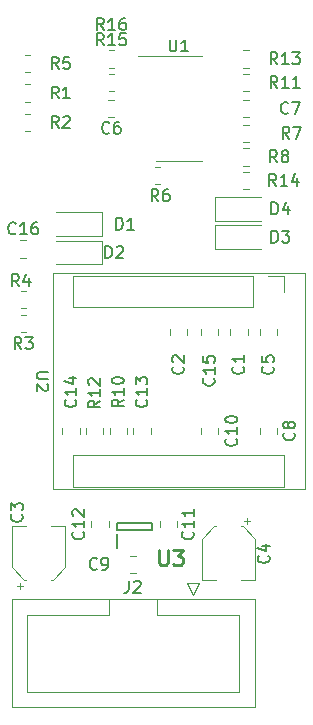
<source format=gto>
G04 #@! TF.GenerationSoftware,KiCad,Pcbnew,6.0.10+dfsg-1~bpo11+1*
G04 #@! TF.CreationDate,2023-02-18T13:33:13+00:00*
G04 #@! TF.ProjectId,RP2040-VCO,52503230-3430-42d5-9643-4f2e6b696361,rev?*
G04 #@! TF.SameCoordinates,Original*
G04 #@! TF.FileFunction,Legend,Top*
G04 #@! TF.FilePolarity,Positive*
%FSLAX46Y46*%
G04 Gerber Fmt 4.6, Leading zero omitted, Abs format (unit mm)*
G04 Created by KiCad (PCBNEW 6.0.10+dfsg-1~bpo11+1) date 2023-02-18 13:33:13*
%MOMM*%
%LPD*%
G01*
G04 APERTURE LIST*
%ADD10C,0.150000*%
%ADD11C,0.254000*%
%ADD12C,0.120000*%
%ADD13C,0.200000*%
%ADD14R,0.900000X1.200000*%
%ADD15C,1.700000*%
%ADD16R,1.700000X1.700000*%
%ADD17R,0.600000X1.200000*%
%ADD18O,1.700000X1.700000*%
G04 APERTURE END LIST*
D10*
X39457142Y-90266666D02*
X39504761Y-90314285D01*
X39552380Y-90457142D01*
X39552380Y-90552380D01*
X39504761Y-90695238D01*
X39409523Y-90790476D01*
X39314285Y-90838095D01*
X39123809Y-90885714D01*
X38980952Y-90885714D01*
X38790476Y-90838095D01*
X38695238Y-90790476D01*
X38600000Y-90695238D01*
X38552380Y-90552380D01*
X38552380Y-90457142D01*
X38600000Y-90314285D01*
X38647619Y-90266666D01*
X38552380Y-89933333D02*
X38552380Y-89314285D01*
X38933333Y-89647619D01*
X38933333Y-89504761D01*
X38980952Y-89409523D01*
X39028571Y-89361904D01*
X39123809Y-89314285D01*
X39361904Y-89314285D01*
X39457142Y-89361904D01*
X39504761Y-89409523D01*
X39552380Y-89504761D01*
X39552380Y-89790476D01*
X39504761Y-89885714D01*
X39457142Y-89933333D01*
X60357142Y-93766666D02*
X60404761Y-93814285D01*
X60452380Y-93957142D01*
X60452380Y-94052380D01*
X60404761Y-94195238D01*
X60309523Y-94290476D01*
X60214285Y-94338095D01*
X60023809Y-94385714D01*
X59880952Y-94385714D01*
X59690476Y-94338095D01*
X59595238Y-94290476D01*
X59500000Y-94195238D01*
X59452380Y-94052380D01*
X59452380Y-93957142D01*
X59500000Y-93814285D01*
X59547619Y-93766666D01*
X59785714Y-92909523D02*
X60452380Y-92909523D01*
X59404761Y-93147619D02*
X60119047Y-93385714D01*
X60119047Y-92766666D01*
X48104880Y-80542857D02*
X47628690Y-80876190D01*
X48104880Y-81114285D02*
X47104880Y-81114285D01*
X47104880Y-80733333D01*
X47152500Y-80638095D01*
X47200119Y-80590476D01*
X47295357Y-80542857D01*
X47438214Y-80542857D01*
X47533452Y-80590476D01*
X47581071Y-80638095D01*
X47628690Y-80733333D01*
X47628690Y-81114285D01*
X48104880Y-79590476D02*
X48104880Y-80161904D01*
X48104880Y-79876190D02*
X47104880Y-79876190D01*
X47247738Y-79971428D01*
X47342976Y-80066666D01*
X47390595Y-80161904D01*
X47104880Y-78971428D02*
X47104880Y-78876190D01*
X47152500Y-78780952D01*
X47200119Y-78733333D01*
X47295357Y-78685714D01*
X47485833Y-78638095D01*
X47723928Y-78638095D01*
X47914404Y-78685714D01*
X48009642Y-78733333D01*
X48057261Y-78780952D01*
X48104880Y-78876190D01*
X48104880Y-78971428D01*
X48057261Y-79066666D01*
X48009642Y-79114285D01*
X47914404Y-79161904D01*
X47723928Y-79209523D01*
X47485833Y-79209523D01*
X47295357Y-79161904D01*
X47200119Y-79114285D01*
X47152500Y-79066666D01*
X47104880Y-78971428D01*
X61109642Y-52152380D02*
X60776309Y-51676190D01*
X60538214Y-52152380D02*
X60538214Y-51152380D01*
X60919166Y-51152380D01*
X61014404Y-51200000D01*
X61062023Y-51247619D01*
X61109642Y-51342857D01*
X61109642Y-51485714D01*
X61062023Y-51580952D01*
X61014404Y-51628571D01*
X60919166Y-51676190D01*
X60538214Y-51676190D01*
X62062023Y-52152380D02*
X61490595Y-52152380D01*
X61776309Y-52152380D02*
X61776309Y-51152380D01*
X61681071Y-51295238D01*
X61585833Y-51390476D01*
X61490595Y-51438095D01*
X62395357Y-51152380D02*
X63014404Y-51152380D01*
X62681071Y-51533333D01*
X62823928Y-51533333D01*
X62919166Y-51580952D01*
X62966785Y-51628571D01*
X63014404Y-51723809D01*
X63014404Y-51961904D01*
X62966785Y-52057142D01*
X62919166Y-52104761D01*
X62823928Y-52152380D01*
X62538214Y-52152380D01*
X62442976Y-52104761D01*
X62395357Y-52057142D01*
X46104880Y-80642857D02*
X45628690Y-80976190D01*
X46104880Y-81214285D02*
X45104880Y-81214285D01*
X45104880Y-80833333D01*
X45152500Y-80738095D01*
X45200119Y-80690476D01*
X45295357Y-80642857D01*
X45438214Y-80642857D01*
X45533452Y-80690476D01*
X45581071Y-80738095D01*
X45628690Y-80833333D01*
X45628690Y-81214285D01*
X46104880Y-79690476D02*
X46104880Y-80261904D01*
X46104880Y-79976190D02*
X45104880Y-79976190D01*
X45247738Y-80071428D01*
X45342976Y-80166666D01*
X45390595Y-80261904D01*
X45200119Y-79309523D02*
X45152500Y-79261904D01*
X45104880Y-79166666D01*
X45104880Y-78928571D01*
X45152500Y-78833333D01*
X45200119Y-78785714D01*
X45295357Y-78738095D01*
X45390595Y-78738095D01*
X45533452Y-78785714D01*
X46104880Y-79357142D01*
X46104880Y-78738095D01*
X62133333Y-58452380D02*
X61800000Y-57976190D01*
X61561904Y-58452380D02*
X61561904Y-57452380D01*
X61942857Y-57452380D01*
X62038095Y-57500000D01*
X62085714Y-57547619D01*
X62133333Y-57642857D01*
X62133333Y-57785714D01*
X62085714Y-57880952D01*
X62038095Y-57928571D01*
X61942857Y-57976190D01*
X61561904Y-57976190D01*
X62466666Y-57452380D02*
X63133333Y-57452380D01*
X62704761Y-58452380D01*
X62509642Y-83366666D02*
X62557261Y-83414285D01*
X62604880Y-83557142D01*
X62604880Y-83652380D01*
X62557261Y-83795238D01*
X62462023Y-83890476D01*
X62366785Y-83938095D01*
X62176309Y-83985714D01*
X62033452Y-83985714D01*
X61842976Y-83938095D01*
X61747738Y-83890476D01*
X61652500Y-83795238D01*
X61604880Y-83652380D01*
X61604880Y-83557142D01*
X61652500Y-83414285D01*
X61700119Y-83366666D01*
X62033452Y-82795238D02*
X61985833Y-82890476D01*
X61938214Y-82938095D01*
X61842976Y-82985714D01*
X61795357Y-82985714D01*
X61700119Y-82938095D01*
X61652500Y-82890476D01*
X61604880Y-82795238D01*
X61604880Y-82604761D01*
X61652500Y-82509523D01*
X61700119Y-82461904D01*
X61795357Y-82414285D01*
X61842976Y-82414285D01*
X61938214Y-82461904D01*
X61985833Y-82509523D01*
X62033452Y-82604761D01*
X62033452Y-82795238D01*
X62081071Y-82890476D01*
X62128690Y-82938095D01*
X62223928Y-82985714D01*
X62414404Y-82985714D01*
X62509642Y-82938095D01*
X62557261Y-82890476D01*
X62604880Y-82795238D01*
X62604880Y-82604761D01*
X62557261Y-82509523D01*
X62509642Y-82461904D01*
X62414404Y-82414285D01*
X62223928Y-82414285D01*
X62128690Y-82461904D01*
X62081071Y-82509523D01*
X62033452Y-82604761D01*
X60614404Y-67252380D02*
X60614404Y-66252380D01*
X60852500Y-66252380D01*
X60995357Y-66300000D01*
X61090595Y-66395238D01*
X61138214Y-66490476D01*
X61185833Y-66680952D01*
X61185833Y-66823809D01*
X61138214Y-67014285D01*
X61090595Y-67109523D01*
X60995357Y-67204761D01*
X60852500Y-67252380D01*
X60614404Y-67252380D01*
X61519166Y-66252380D02*
X62138214Y-66252380D01*
X61804880Y-66633333D01*
X61947738Y-66633333D01*
X62042976Y-66680952D01*
X62090595Y-66728571D01*
X62138214Y-66823809D01*
X62138214Y-67061904D01*
X62090595Y-67157142D01*
X62042976Y-67204761D01*
X61947738Y-67252380D01*
X61662023Y-67252380D01*
X61566785Y-67204761D01*
X61519166Y-67157142D01*
X45833333Y-94857142D02*
X45785714Y-94904761D01*
X45642857Y-94952380D01*
X45547619Y-94952380D01*
X45404761Y-94904761D01*
X45309523Y-94809523D01*
X45261904Y-94714285D01*
X45214285Y-94523809D01*
X45214285Y-94380952D01*
X45261904Y-94190476D01*
X45309523Y-94095238D01*
X45404761Y-94000000D01*
X45547619Y-93952380D01*
X45642857Y-93952380D01*
X45785714Y-94000000D01*
X45833333Y-94047619D01*
X46309523Y-94952380D02*
X46500000Y-94952380D01*
X46595238Y-94904761D01*
X46642857Y-94857142D01*
X46738095Y-94714285D01*
X46785714Y-94523809D01*
X46785714Y-94142857D01*
X46738095Y-94047619D01*
X46690476Y-94000000D01*
X46595238Y-93952380D01*
X46404761Y-93952380D01*
X46309523Y-94000000D01*
X46261904Y-94047619D01*
X46214285Y-94142857D01*
X46214285Y-94380952D01*
X46261904Y-94476190D01*
X46309523Y-94523809D01*
X46404761Y-94571428D01*
X46595238Y-94571428D01*
X46690476Y-94523809D01*
X46738095Y-94476190D01*
X46785714Y-94380952D01*
X58209642Y-77766666D02*
X58257261Y-77814285D01*
X58304880Y-77957142D01*
X58304880Y-78052380D01*
X58257261Y-78195238D01*
X58162023Y-78290476D01*
X58066785Y-78338095D01*
X57876309Y-78385714D01*
X57733452Y-78385714D01*
X57542976Y-78338095D01*
X57447738Y-78290476D01*
X57352500Y-78195238D01*
X57304880Y-78052380D01*
X57304880Y-77957142D01*
X57352500Y-77814285D01*
X57400119Y-77766666D01*
X58304880Y-76814285D02*
X58304880Y-77385714D01*
X58304880Y-77100000D02*
X57304880Y-77100000D01*
X57447738Y-77195238D01*
X57542976Y-77290476D01*
X57590595Y-77385714D01*
X44009642Y-80542857D02*
X44057261Y-80590476D01*
X44104880Y-80733333D01*
X44104880Y-80828571D01*
X44057261Y-80971428D01*
X43962023Y-81066666D01*
X43866785Y-81114285D01*
X43676309Y-81161904D01*
X43533452Y-81161904D01*
X43342976Y-81114285D01*
X43247738Y-81066666D01*
X43152500Y-80971428D01*
X43104880Y-80828571D01*
X43104880Y-80733333D01*
X43152500Y-80590476D01*
X43200119Y-80542857D01*
X44104880Y-79590476D02*
X44104880Y-80161904D01*
X44104880Y-79876190D02*
X43104880Y-79876190D01*
X43247738Y-79971428D01*
X43342976Y-80066666D01*
X43390595Y-80161904D01*
X43438214Y-78733333D02*
X44104880Y-78733333D01*
X43057261Y-78971428D02*
X43771547Y-79209523D01*
X43771547Y-78590476D01*
X46561904Y-68552380D02*
X46561904Y-67552380D01*
X46800000Y-67552380D01*
X46942857Y-67600000D01*
X47038095Y-67695238D01*
X47085714Y-67790476D01*
X47133333Y-67980952D01*
X47133333Y-68123809D01*
X47085714Y-68314285D01*
X47038095Y-68409523D01*
X46942857Y-68504761D01*
X46800000Y-68552380D01*
X46561904Y-68552380D01*
X47514285Y-67647619D02*
X47561904Y-67600000D01*
X47657142Y-67552380D01*
X47895238Y-67552380D01*
X47990476Y-67600000D01*
X48038095Y-67647619D01*
X48085714Y-67742857D01*
X48085714Y-67838095D01*
X48038095Y-67980952D01*
X47466666Y-68552380D01*
X48085714Y-68552380D01*
X38957142Y-66457142D02*
X38909523Y-66504761D01*
X38766666Y-66552380D01*
X38671428Y-66552380D01*
X38528571Y-66504761D01*
X38433333Y-66409523D01*
X38385714Y-66314285D01*
X38338095Y-66123809D01*
X38338095Y-65980952D01*
X38385714Y-65790476D01*
X38433333Y-65695238D01*
X38528571Y-65600000D01*
X38671428Y-65552380D01*
X38766666Y-65552380D01*
X38909523Y-65600000D01*
X38957142Y-65647619D01*
X39909523Y-66552380D02*
X39338095Y-66552380D01*
X39623809Y-66552380D02*
X39623809Y-65552380D01*
X39528571Y-65695238D01*
X39433333Y-65790476D01*
X39338095Y-65838095D01*
X40766666Y-65552380D02*
X40576190Y-65552380D01*
X40480952Y-65600000D01*
X40433333Y-65647619D01*
X40338095Y-65790476D01*
X40290476Y-65980952D01*
X40290476Y-66361904D01*
X40338095Y-66457142D01*
X40385714Y-66504761D01*
X40480952Y-66552380D01*
X40671428Y-66552380D01*
X40766666Y-66504761D01*
X40814285Y-66457142D01*
X40861904Y-66361904D01*
X40861904Y-66123809D01*
X40814285Y-66028571D01*
X40766666Y-65980952D01*
X40671428Y-65933333D01*
X40480952Y-65933333D01*
X40385714Y-65980952D01*
X40338095Y-66028571D01*
X40290476Y-66123809D01*
X61009642Y-62452380D02*
X60676309Y-61976190D01*
X60438214Y-62452380D02*
X60438214Y-61452380D01*
X60819166Y-61452380D01*
X60914404Y-61500000D01*
X60962023Y-61547619D01*
X61009642Y-61642857D01*
X61009642Y-61785714D01*
X60962023Y-61880952D01*
X60914404Y-61928571D01*
X60819166Y-61976190D01*
X60438214Y-61976190D01*
X61962023Y-62452380D02*
X61390595Y-62452380D01*
X61676309Y-62452380D02*
X61676309Y-61452380D01*
X61581071Y-61595238D01*
X61485833Y-61690476D01*
X61390595Y-61738095D01*
X62819166Y-61785714D02*
X62819166Y-62452380D01*
X62581071Y-61404761D02*
X62342976Y-62119047D01*
X62962023Y-62119047D01*
X39433333Y-76252380D02*
X39100000Y-75776190D01*
X38861904Y-76252380D02*
X38861904Y-75252380D01*
X39242857Y-75252380D01*
X39338095Y-75300000D01*
X39385714Y-75347619D01*
X39433333Y-75442857D01*
X39433333Y-75585714D01*
X39385714Y-75680952D01*
X39338095Y-75728571D01*
X39242857Y-75776190D01*
X38861904Y-75776190D01*
X39766666Y-75252380D02*
X40385714Y-75252380D01*
X40052380Y-75633333D01*
X40195238Y-75633333D01*
X40290476Y-75680952D01*
X40338095Y-75728571D01*
X40385714Y-75823809D01*
X40385714Y-76061904D01*
X40338095Y-76157142D01*
X40290476Y-76204761D01*
X40195238Y-76252380D01*
X39909523Y-76252380D01*
X39814285Y-76204761D01*
X39766666Y-76157142D01*
X51990595Y-50072380D02*
X51990595Y-50881904D01*
X52038214Y-50977142D01*
X52085833Y-51024761D01*
X52181071Y-51072380D01*
X52371547Y-51072380D01*
X52466785Y-51024761D01*
X52514404Y-50977142D01*
X52562023Y-50881904D01*
X52562023Y-50072380D01*
X53562023Y-51072380D02*
X52990595Y-51072380D01*
X53276309Y-51072380D02*
X53276309Y-50072380D01*
X53181071Y-50215238D01*
X53085833Y-50310476D01*
X52990595Y-50358095D01*
X50009642Y-80542857D02*
X50057261Y-80590476D01*
X50104880Y-80733333D01*
X50104880Y-80828571D01*
X50057261Y-80971428D01*
X49962023Y-81066666D01*
X49866785Y-81114285D01*
X49676309Y-81161904D01*
X49533452Y-81161904D01*
X49342976Y-81114285D01*
X49247738Y-81066666D01*
X49152500Y-80971428D01*
X49104880Y-80828571D01*
X49104880Y-80733333D01*
X49152500Y-80590476D01*
X49200119Y-80542857D01*
X50104880Y-79590476D02*
X50104880Y-80161904D01*
X50104880Y-79876190D02*
X49104880Y-79876190D01*
X49247738Y-79971428D01*
X49342976Y-80066666D01*
X49390595Y-80161904D01*
X49104880Y-79257142D02*
X49104880Y-78638095D01*
X49485833Y-78971428D01*
X49485833Y-78828571D01*
X49533452Y-78733333D01*
X49581071Y-78685714D01*
X49676309Y-78638095D01*
X49914404Y-78638095D01*
X50009642Y-78685714D01*
X50057261Y-78733333D01*
X50104880Y-78828571D01*
X50104880Y-79114285D01*
X50057261Y-79209523D01*
X50009642Y-79257142D01*
X48546666Y-95899880D02*
X48546666Y-96614166D01*
X48499047Y-96757023D01*
X48403809Y-96852261D01*
X48260952Y-96899880D01*
X48165714Y-96899880D01*
X48975238Y-95995119D02*
X49022857Y-95947500D01*
X49118095Y-95899880D01*
X49356190Y-95899880D01*
X49451428Y-95947500D01*
X49499047Y-95995119D01*
X49546666Y-96090357D01*
X49546666Y-96185595D01*
X49499047Y-96328452D01*
X48927619Y-96899880D01*
X49546666Y-96899880D01*
X44657142Y-91742857D02*
X44704761Y-91790476D01*
X44752380Y-91933333D01*
X44752380Y-92028571D01*
X44704761Y-92171428D01*
X44609523Y-92266666D01*
X44514285Y-92314285D01*
X44323809Y-92361904D01*
X44180952Y-92361904D01*
X43990476Y-92314285D01*
X43895238Y-92266666D01*
X43800000Y-92171428D01*
X43752380Y-92028571D01*
X43752380Y-91933333D01*
X43800000Y-91790476D01*
X43847619Y-91742857D01*
X44752380Y-90790476D02*
X44752380Y-91361904D01*
X44752380Y-91076190D02*
X43752380Y-91076190D01*
X43895238Y-91171428D01*
X43990476Y-91266666D01*
X44038095Y-91361904D01*
X43847619Y-90409523D02*
X43800000Y-90361904D01*
X43752380Y-90266666D01*
X43752380Y-90028571D01*
X43800000Y-89933333D01*
X43847619Y-89885714D01*
X43942857Y-89838095D01*
X44038095Y-89838095D01*
X44180952Y-89885714D01*
X44752380Y-90457142D01*
X44752380Y-89838095D01*
X39233333Y-70952380D02*
X38900000Y-70476190D01*
X38661904Y-70952380D02*
X38661904Y-69952380D01*
X39042857Y-69952380D01*
X39138095Y-70000000D01*
X39185714Y-70047619D01*
X39233333Y-70142857D01*
X39233333Y-70285714D01*
X39185714Y-70380952D01*
X39138095Y-70428571D01*
X39042857Y-70476190D01*
X38661904Y-70476190D01*
X40090476Y-70285714D02*
X40090476Y-70952380D01*
X39852380Y-69904761D02*
X39614285Y-70619047D01*
X40233333Y-70619047D01*
X46409642Y-50552380D02*
X46076309Y-50076190D01*
X45838214Y-50552380D02*
X45838214Y-49552380D01*
X46219166Y-49552380D01*
X46314404Y-49600000D01*
X46362023Y-49647619D01*
X46409642Y-49742857D01*
X46409642Y-49885714D01*
X46362023Y-49980952D01*
X46314404Y-50028571D01*
X46219166Y-50076190D01*
X45838214Y-50076190D01*
X47362023Y-50552380D02*
X46790595Y-50552380D01*
X47076309Y-50552380D02*
X47076309Y-49552380D01*
X46981071Y-49695238D01*
X46885833Y-49790476D01*
X46790595Y-49838095D01*
X48266785Y-49552380D02*
X47790595Y-49552380D01*
X47742976Y-50028571D01*
X47790595Y-49980952D01*
X47885833Y-49933333D01*
X48123928Y-49933333D01*
X48219166Y-49980952D01*
X48266785Y-50028571D01*
X48314404Y-50123809D01*
X48314404Y-50361904D01*
X48266785Y-50457142D01*
X48219166Y-50504761D01*
X48123928Y-50552380D01*
X47885833Y-50552380D01*
X47790595Y-50504761D01*
X47742976Y-50457142D01*
X61085833Y-60452380D02*
X60752500Y-59976190D01*
X60514404Y-60452380D02*
X60514404Y-59452380D01*
X60895357Y-59452380D01*
X60990595Y-59500000D01*
X61038214Y-59547619D01*
X61085833Y-59642857D01*
X61085833Y-59785714D01*
X61038214Y-59880952D01*
X60990595Y-59928571D01*
X60895357Y-59976190D01*
X60514404Y-59976190D01*
X61657261Y-59880952D02*
X61562023Y-59833333D01*
X61514404Y-59785714D01*
X61466785Y-59690476D01*
X61466785Y-59642857D01*
X61514404Y-59547619D01*
X61562023Y-59500000D01*
X61657261Y-59452380D01*
X61847738Y-59452380D01*
X61942976Y-59500000D01*
X61990595Y-59547619D01*
X62038214Y-59642857D01*
X62038214Y-59690476D01*
X61990595Y-59785714D01*
X61942976Y-59833333D01*
X61847738Y-59880952D01*
X61657261Y-59880952D01*
X61562023Y-59928571D01*
X61514404Y-59976190D01*
X61466785Y-60071428D01*
X61466785Y-60261904D01*
X61514404Y-60357142D01*
X61562023Y-60404761D01*
X61657261Y-60452380D01*
X61847738Y-60452380D01*
X61942976Y-60404761D01*
X61990595Y-60357142D01*
X62038214Y-60261904D01*
X62038214Y-60071428D01*
X61990595Y-59976190D01*
X61942976Y-59928571D01*
X61847738Y-59880952D01*
X62033333Y-56257142D02*
X61985714Y-56304761D01*
X61842857Y-56352380D01*
X61747619Y-56352380D01*
X61604761Y-56304761D01*
X61509523Y-56209523D01*
X61461904Y-56114285D01*
X61414285Y-55923809D01*
X61414285Y-55780952D01*
X61461904Y-55590476D01*
X61509523Y-55495238D01*
X61604761Y-55400000D01*
X61747619Y-55352380D01*
X61842857Y-55352380D01*
X61985714Y-55400000D01*
X62033333Y-55447619D01*
X62366666Y-55352380D02*
X63033333Y-55352380D01*
X62604761Y-56352380D01*
X55709642Y-78742857D02*
X55757261Y-78790476D01*
X55804880Y-78933333D01*
X55804880Y-79028571D01*
X55757261Y-79171428D01*
X55662023Y-79266666D01*
X55566785Y-79314285D01*
X55376309Y-79361904D01*
X55233452Y-79361904D01*
X55042976Y-79314285D01*
X54947738Y-79266666D01*
X54852500Y-79171428D01*
X54804880Y-79028571D01*
X54804880Y-78933333D01*
X54852500Y-78790476D01*
X54900119Y-78742857D01*
X55804880Y-77790476D02*
X55804880Y-78361904D01*
X55804880Y-78076190D02*
X54804880Y-78076190D01*
X54947738Y-78171428D01*
X55042976Y-78266666D01*
X55090595Y-78361904D01*
X54804880Y-76885714D02*
X54804880Y-77361904D01*
X55281071Y-77409523D01*
X55233452Y-77361904D01*
X55185833Y-77266666D01*
X55185833Y-77028571D01*
X55233452Y-76933333D01*
X55281071Y-76885714D01*
X55376309Y-76838095D01*
X55614404Y-76838095D01*
X55709642Y-76885714D01*
X55757261Y-76933333D01*
X55804880Y-77028571D01*
X55804880Y-77266666D01*
X55757261Y-77361904D01*
X55709642Y-77409523D01*
X42585833Y-57552380D02*
X42252500Y-57076190D01*
X42014404Y-57552380D02*
X42014404Y-56552380D01*
X42395357Y-56552380D01*
X42490595Y-56600000D01*
X42538214Y-56647619D01*
X42585833Y-56742857D01*
X42585833Y-56885714D01*
X42538214Y-56980952D01*
X42490595Y-57028571D01*
X42395357Y-57076190D01*
X42014404Y-57076190D01*
X42966785Y-56647619D02*
X43014404Y-56600000D01*
X43109642Y-56552380D01*
X43347738Y-56552380D01*
X43442976Y-56600000D01*
X43490595Y-56647619D01*
X43538214Y-56742857D01*
X43538214Y-56838095D01*
X43490595Y-56980952D01*
X42919166Y-57552380D01*
X43538214Y-57552380D01*
X60614404Y-64852380D02*
X60614404Y-63852380D01*
X60852500Y-63852380D01*
X60995357Y-63900000D01*
X61090595Y-63995238D01*
X61138214Y-64090476D01*
X61185833Y-64280952D01*
X61185833Y-64423809D01*
X61138214Y-64614285D01*
X61090595Y-64709523D01*
X60995357Y-64804761D01*
X60852500Y-64852380D01*
X60614404Y-64852380D01*
X62042976Y-64185714D02*
X62042976Y-64852380D01*
X61804880Y-63804761D02*
X61566785Y-64519047D01*
X62185833Y-64519047D01*
X51033333Y-63752380D02*
X50700000Y-63276190D01*
X50461904Y-63752380D02*
X50461904Y-62752380D01*
X50842857Y-62752380D01*
X50938095Y-62800000D01*
X50985714Y-62847619D01*
X51033333Y-62942857D01*
X51033333Y-63085714D01*
X50985714Y-63180952D01*
X50938095Y-63228571D01*
X50842857Y-63276190D01*
X50461904Y-63276190D01*
X51890476Y-62752380D02*
X51700000Y-62752380D01*
X51604761Y-62800000D01*
X51557142Y-62847619D01*
X51461904Y-62990476D01*
X51414285Y-63180952D01*
X51414285Y-63561904D01*
X51461904Y-63657142D01*
X51509523Y-63704761D01*
X51604761Y-63752380D01*
X51795238Y-63752380D01*
X51890476Y-63704761D01*
X51938095Y-63657142D01*
X51985714Y-63561904D01*
X51985714Y-63323809D01*
X51938095Y-63228571D01*
X51890476Y-63180952D01*
X51795238Y-63133333D01*
X51604761Y-63133333D01*
X51509523Y-63180952D01*
X51461904Y-63228571D01*
X51414285Y-63323809D01*
X46409642Y-49252380D02*
X46076309Y-48776190D01*
X45838214Y-49252380D02*
X45838214Y-48252380D01*
X46219166Y-48252380D01*
X46314404Y-48300000D01*
X46362023Y-48347619D01*
X46409642Y-48442857D01*
X46409642Y-48585714D01*
X46362023Y-48680952D01*
X46314404Y-48728571D01*
X46219166Y-48776190D01*
X45838214Y-48776190D01*
X47362023Y-49252380D02*
X46790595Y-49252380D01*
X47076309Y-49252380D02*
X47076309Y-48252380D01*
X46981071Y-48395238D01*
X46885833Y-48490476D01*
X46790595Y-48538095D01*
X48219166Y-48252380D02*
X48028690Y-48252380D01*
X47933452Y-48300000D01*
X47885833Y-48347619D01*
X47790595Y-48490476D01*
X47742976Y-48680952D01*
X47742976Y-49061904D01*
X47790595Y-49157142D01*
X47838214Y-49204761D01*
X47933452Y-49252380D01*
X48123928Y-49252380D01*
X48219166Y-49204761D01*
X48266785Y-49157142D01*
X48314404Y-49061904D01*
X48314404Y-48823809D01*
X48266785Y-48728571D01*
X48219166Y-48680952D01*
X48123928Y-48633333D01*
X47933452Y-48633333D01*
X47838214Y-48680952D01*
X47790595Y-48728571D01*
X47742976Y-48823809D01*
X41728619Y-78238095D02*
X40919095Y-78238095D01*
X40823857Y-78285714D01*
X40776238Y-78333333D01*
X40728619Y-78428571D01*
X40728619Y-78619047D01*
X40776238Y-78714285D01*
X40823857Y-78761904D01*
X40919095Y-78809523D01*
X41728619Y-78809523D01*
X41633380Y-79238095D02*
X41681000Y-79285714D01*
X41728619Y-79380952D01*
X41728619Y-79619047D01*
X41681000Y-79714285D01*
X41633380Y-79761904D01*
X41538142Y-79809523D01*
X41442904Y-79809523D01*
X41300047Y-79761904D01*
X40728619Y-79190476D01*
X40728619Y-79809523D01*
X53109642Y-77766666D02*
X53157261Y-77814285D01*
X53204880Y-77957142D01*
X53204880Y-78052380D01*
X53157261Y-78195238D01*
X53062023Y-78290476D01*
X52966785Y-78338095D01*
X52776309Y-78385714D01*
X52633452Y-78385714D01*
X52442976Y-78338095D01*
X52347738Y-78290476D01*
X52252500Y-78195238D01*
X52204880Y-78052380D01*
X52204880Y-77957142D01*
X52252500Y-77814285D01*
X52300119Y-77766666D01*
X52300119Y-77385714D02*
X52252500Y-77338095D01*
X52204880Y-77242857D01*
X52204880Y-77004761D01*
X52252500Y-76909523D01*
X52300119Y-76861904D01*
X52395357Y-76814285D01*
X52490595Y-76814285D01*
X52633452Y-76861904D01*
X53204880Y-77433333D01*
X53204880Y-76814285D01*
X60709642Y-77766666D02*
X60757261Y-77814285D01*
X60804880Y-77957142D01*
X60804880Y-78052380D01*
X60757261Y-78195238D01*
X60662023Y-78290476D01*
X60566785Y-78338095D01*
X60376309Y-78385714D01*
X60233452Y-78385714D01*
X60042976Y-78338095D01*
X59947738Y-78290476D01*
X59852500Y-78195238D01*
X59804880Y-78052380D01*
X59804880Y-77957142D01*
X59852500Y-77814285D01*
X59900119Y-77766666D01*
X59804880Y-76861904D02*
X59804880Y-77338095D01*
X60281071Y-77385714D01*
X60233452Y-77338095D01*
X60185833Y-77242857D01*
X60185833Y-77004761D01*
X60233452Y-76909523D01*
X60281071Y-76861904D01*
X60376309Y-76814285D01*
X60614404Y-76814285D01*
X60709642Y-76861904D01*
X60757261Y-76909523D01*
X60804880Y-77004761D01*
X60804880Y-77242857D01*
X60757261Y-77338095D01*
X60709642Y-77385714D01*
X47461904Y-66152380D02*
X47461904Y-65152380D01*
X47700000Y-65152380D01*
X47842857Y-65200000D01*
X47938095Y-65295238D01*
X47985714Y-65390476D01*
X48033333Y-65580952D01*
X48033333Y-65723809D01*
X47985714Y-65914285D01*
X47938095Y-66009523D01*
X47842857Y-66104761D01*
X47700000Y-66152380D01*
X47461904Y-66152380D01*
X48985714Y-66152380D02*
X48414285Y-66152380D01*
X48700000Y-66152380D02*
X48700000Y-65152380D01*
X48604761Y-65295238D01*
X48509523Y-65390476D01*
X48414285Y-65438095D01*
X42585833Y-55052380D02*
X42252500Y-54576190D01*
X42014404Y-55052380D02*
X42014404Y-54052380D01*
X42395357Y-54052380D01*
X42490595Y-54100000D01*
X42538214Y-54147619D01*
X42585833Y-54242857D01*
X42585833Y-54385714D01*
X42538214Y-54480952D01*
X42490595Y-54528571D01*
X42395357Y-54576190D01*
X42014404Y-54576190D01*
X43538214Y-55052380D02*
X42966785Y-55052380D01*
X43252500Y-55052380D02*
X43252500Y-54052380D01*
X43157261Y-54195238D01*
X43062023Y-54290476D01*
X42966785Y-54338095D01*
X53937142Y-91742857D02*
X53984761Y-91790476D01*
X54032380Y-91933333D01*
X54032380Y-92028571D01*
X53984761Y-92171428D01*
X53889523Y-92266666D01*
X53794285Y-92314285D01*
X53603809Y-92361904D01*
X53460952Y-92361904D01*
X53270476Y-92314285D01*
X53175238Y-92266666D01*
X53080000Y-92171428D01*
X53032380Y-92028571D01*
X53032380Y-91933333D01*
X53080000Y-91790476D01*
X53127619Y-91742857D01*
X54032380Y-90790476D02*
X54032380Y-91361904D01*
X54032380Y-91076190D02*
X53032380Y-91076190D01*
X53175238Y-91171428D01*
X53270476Y-91266666D01*
X53318095Y-91361904D01*
X54032380Y-89838095D02*
X54032380Y-90409523D01*
X54032380Y-90123809D02*
X53032380Y-90123809D01*
X53175238Y-90219047D01*
X53270476Y-90314285D01*
X53318095Y-90409523D01*
X46885833Y-57937142D02*
X46838214Y-57984761D01*
X46695357Y-58032380D01*
X46600119Y-58032380D01*
X46457261Y-57984761D01*
X46362023Y-57889523D01*
X46314404Y-57794285D01*
X46266785Y-57603809D01*
X46266785Y-57460952D01*
X46314404Y-57270476D01*
X46362023Y-57175238D01*
X46457261Y-57080000D01*
X46600119Y-57032380D01*
X46695357Y-57032380D01*
X46838214Y-57080000D01*
X46885833Y-57127619D01*
X47742976Y-57032380D02*
X47552500Y-57032380D01*
X47457261Y-57080000D01*
X47409642Y-57127619D01*
X47314404Y-57270476D01*
X47266785Y-57460952D01*
X47266785Y-57841904D01*
X47314404Y-57937142D01*
X47362023Y-57984761D01*
X47457261Y-58032380D01*
X47647738Y-58032380D01*
X47742976Y-57984761D01*
X47790595Y-57937142D01*
X47838214Y-57841904D01*
X47838214Y-57603809D01*
X47790595Y-57508571D01*
X47742976Y-57460952D01*
X47647738Y-57413333D01*
X47457261Y-57413333D01*
X47362023Y-57460952D01*
X47314404Y-57508571D01*
X47266785Y-57603809D01*
X42585833Y-52552380D02*
X42252500Y-52076190D01*
X42014404Y-52552380D02*
X42014404Y-51552380D01*
X42395357Y-51552380D01*
X42490595Y-51600000D01*
X42538214Y-51647619D01*
X42585833Y-51742857D01*
X42585833Y-51885714D01*
X42538214Y-51980952D01*
X42490595Y-52028571D01*
X42395357Y-52076190D01*
X42014404Y-52076190D01*
X43490595Y-51552380D02*
X43014404Y-51552380D01*
X42966785Y-52028571D01*
X43014404Y-51980952D01*
X43109642Y-51933333D01*
X43347738Y-51933333D01*
X43442976Y-51980952D01*
X43490595Y-52028571D01*
X43538214Y-52123809D01*
X43538214Y-52361904D01*
X43490595Y-52457142D01*
X43442976Y-52504761D01*
X43347738Y-52552380D01*
X43109642Y-52552380D01*
X43014404Y-52504761D01*
X42966785Y-52457142D01*
X57609642Y-83842857D02*
X57657261Y-83890476D01*
X57704880Y-84033333D01*
X57704880Y-84128571D01*
X57657261Y-84271428D01*
X57562023Y-84366666D01*
X57466785Y-84414285D01*
X57276309Y-84461904D01*
X57133452Y-84461904D01*
X56942976Y-84414285D01*
X56847738Y-84366666D01*
X56752500Y-84271428D01*
X56704880Y-84128571D01*
X56704880Y-84033333D01*
X56752500Y-83890476D01*
X56800119Y-83842857D01*
X57704880Y-82890476D02*
X57704880Y-83461904D01*
X57704880Y-83176190D02*
X56704880Y-83176190D01*
X56847738Y-83271428D01*
X56942976Y-83366666D01*
X56990595Y-83461904D01*
X56704880Y-82271428D02*
X56704880Y-82176190D01*
X56752500Y-82080952D01*
X56800119Y-82033333D01*
X56895357Y-81985714D01*
X57085833Y-81938095D01*
X57323928Y-81938095D01*
X57514404Y-81985714D01*
X57609642Y-82033333D01*
X57657261Y-82080952D01*
X57704880Y-82176190D01*
X57704880Y-82271428D01*
X57657261Y-82366666D01*
X57609642Y-82414285D01*
X57514404Y-82461904D01*
X57323928Y-82509523D01*
X57085833Y-82509523D01*
X56895357Y-82461904D01*
X56800119Y-82414285D01*
X56752500Y-82366666D01*
X56704880Y-82271428D01*
D11*
X51092380Y-93312023D02*
X51092380Y-94340119D01*
X51152857Y-94461071D01*
X51213333Y-94521547D01*
X51334285Y-94582023D01*
X51576190Y-94582023D01*
X51697142Y-94521547D01*
X51757619Y-94461071D01*
X51818095Y-94340119D01*
X51818095Y-93312023D01*
X52301904Y-93312023D02*
X53088095Y-93312023D01*
X52664761Y-93795833D01*
X52846190Y-93795833D01*
X52967142Y-93856309D01*
X53027619Y-93916785D01*
X53088095Y-94037738D01*
X53088095Y-94340119D01*
X53027619Y-94461071D01*
X52967142Y-94521547D01*
X52846190Y-94582023D01*
X52483333Y-94582023D01*
X52362380Y-94521547D01*
X52301904Y-94461071D01*
D10*
X61109642Y-54152380D02*
X60776309Y-53676190D01*
X60538214Y-54152380D02*
X60538214Y-53152380D01*
X60919166Y-53152380D01*
X61014404Y-53200000D01*
X61062023Y-53247619D01*
X61109642Y-53342857D01*
X61109642Y-53485714D01*
X61062023Y-53580952D01*
X61014404Y-53628571D01*
X60919166Y-53676190D01*
X60538214Y-53676190D01*
X62062023Y-54152380D02*
X61490595Y-54152380D01*
X61776309Y-54152380D02*
X61776309Y-53152380D01*
X61681071Y-53295238D01*
X61585833Y-53390476D01*
X61490595Y-53438095D01*
X63014404Y-54152380D02*
X62442976Y-54152380D01*
X62728690Y-54152380D02*
X62728690Y-53152380D01*
X62633452Y-53295238D01*
X62538214Y-53390476D01*
X62442976Y-53438095D01*
D12*
X38640000Y-94743063D02*
X38640000Y-91287500D01*
X43160000Y-91287500D02*
X41960000Y-91287500D01*
X39340000Y-96547500D02*
X39340000Y-96047500D01*
X39704437Y-95807500D02*
X38640000Y-94743063D01*
X42095563Y-95807500D02*
X41960000Y-95807500D01*
X39090000Y-96297500D02*
X39590000Y-96297500D01*
X39704437Y-95807500D02*
X39840000Y-95807500D01*
X43160000Y-94743063D02*
X43160000Y-91287500D01*
X38640000Y-91287500D02*
X39840000Y-91287500D01*
X42095563Y-95807500D02*
X43160000Y-94743063D01*
X55784437Y-91287500D02*
X54720000Y-92351937D01*
X55784437Y-91287500D02*
X55920000Y-91287500D01*
X58790000Y-90797500D02*
X58290000Y-90797500D01*
X59240000Y-95807500D02*
X58040000Y-95807500D01*
X58540000Y-90547500D02*
X58540000Y-91047500D01*
X54720000Y-95807500D02*
X55920000Y-95807500D01*
X58175563Y-91287500D02*
X59240000Y-92351937D01*
X58175563Y-91287500D02*
X58040000Y-91287500D01*
X54720000Y-92351937D02*
X54720000Y-95807500D01*
X59240000Y-92351937D02*
X59240000Y-95807500D01*
X46917500Y-83427064D02*
X46917500Y-82972936D01*
X48387500Y-83427064D02*
X48387500Y-82972936D01*
X58225436Y-50965000D02*
X58679564Y-50965000D01*
X58225436Y-52435000D02*
X58679564Y-52435000D01*
X46387500Y-83427064D02*
X46387500Y-82972936D01*
X44917500Y-83427064D02*
X44917500Y-82972936D01*
X58225436Y-57265000D02*
X58679564Y-57265000D01*
X58225436Y-58735000D02*
X58679564Y-58735000D01*
X59617500Y-83461252D02*
X59617500Y-82938748D01*
X61087500Y-83461252D02*
X61087500Y-82938748D01*
X55802500Y-65800000D02*
X59702500Y-65800000D01*
X55802500Y-65800000D02*
X55802500Y-67800000D01*
X55802500Y-67800000D02*
X59702500Y-67800000D01*
X48638748Y-95235000D02*
X49161252Y-95235000D01*
X48638748Y-93765000D02*
X49161252Y-93765000D01*
X57117500Y-74538748D02*
X57117500Y-75061252D01*
X58587500Y-74538748D02*
X58587500Y-75061252D01*
X42917500Y-82938748D02*
X42917500Y-83461252D01*
X44387500Y-82938748D02*
X44387500Y-83461252D01*
X46250000Y-67100000D02*
X42350000Y-67100000D01*
X46250000Y-69100000D02*
X46250000Y-67100000D01*
X46250000Y-69100000D02*
X42350000Y-69100000D01*
X39338748Y-67065000D02*
X39861252Y-67065000D01*
X39338748Y-68535000D02*
X39861252Y-68535000D01*
X58679564Y-61265000D02*
X58225436Y-61265000D01*
X58679564Y-62735000D02*
X58225436Y-62735000D01*
X39372936Y-73365000D02*
X39827064Y-73365000D01*
X39372936Y-74835000D02*
X39827064Y-74835000D01*
X52752500Y-51465000D02*
X54702500Y-51465000D01*
X52752500Y-51465000D02*
X49302500Y-51465000D01*
X52752500Y-60335000D02*
X54702500Y-60335000D01*
X52752500Y-60335000D02*
X50802500Y-60335000D01*
X50387500Y-82938748D02*
X50387500Y-83461252D01*
X48917500Y-82938748D02*
X48917500Y-83461252D01*
X46850000Y-98767500D02*
X46850000Y-97457500D01*
X53980000Y-97067500D02*
X54480000Y-96067500D01*
X57890000Y-105267500D02*
X39910000Y-105267500D01*
X50950000Y-97457500D02*
X50950000Y-98767500D01*
X39910000Y-105267500D02*
X39910000Y-98767500D01*
X38610000Y-106577500D02*
X38610000Y-97457500D01*
X53480000Y-96067500D02*
X53980000Y-97067500D01*
X38610000Y-97457500D02*
X59190000Y-97457500D01*
X50950000Y-98767500D02*
X57890000Y-98767500D01*
X46850000Y-98767500D02*
X46850000Y-98767500D01*
X59190000Y-97457500D02*
X59190000Y-106577500D01*
X57890000Y-98767500D02*
X57890000Y-105267500D01*
X54480000Y-96067500D02*
X53480000Y-96067500D01*
X39910000Y-98767500D02*
X46850000Y-98767500D01*
X59190000Y-106577500D02*
X38610000Y-106577500D01*
X45365000Y-90838748D02*
X45365000Y-91361252D01*
X46835000Y-90838748D02*
X46835000Y-91361252D01*
X39372936Y-72835000D02*
X39827064Y-72835000D01*
X39372936Y-71365000D02*
X39827064Y-71365000D01*
X46825436Y-54435000D02*
X47279564Y-54435000D01*
X46825436Y-52965000D02*
X47279564Y-52965000D01*
X58225436Y-59265000D02*
X58679564Y-59265000D01*
X58225436Y-60735000D02*
X58679564Y-60735000D01*
X58713752Y-56635000D02*
X58191248Y-56635000D01*
X58713752Y-55165000D02*
X58191248Y-55165000D01*
X56087500Y-74538748D02*
X56087500Y-75061252D01*
X54617500Y-74538748D02*
X54617500Y-75061252D01*
X39725436Y-57835000D02*
X40179564Y-57835000D01*
X39725436Y-56365000D02*
X40179564Y-56365000D01*
X55802500Y-63400000D02*
X59702500Y-63400000D01*
X55802500Y-63400000D02*
X55802500Y-65400000D01*
X55802500Y-65400000D02*
X59702500Y-65400000D01*
X50725436Y-62335000D02*
X51179564Y-62335000D01*
X50725436Y-60865000D02*
X51179564Y-60865000D01*
X46825436Y-50965000D02*
X47279564Y-50965000D01*
X46825436Y-52435000D02*
X47279564Y-52435000D01*
X61681000Y-85270000D02*
X43781000Y-85270000D01*
X43781000Y-70070000D02*
X43781000Y-72730000D01*
X60351000Y-70070000D02*
X61681000Y-70070000D01*
X59081000Y-70070000D02*
X59081000Y-72730000D01*
X61681000Y-70070000D02*
X61681000Y-71400000D01*
X43781000Y-85270000D02*
X43781000Y-87930000D01*
X59081000Y-72730000D02*
X43781000Y-72730000D01*
X59081000Y-70070000D02*
X43781000Y-70070000D01*
X61681000Y-87930000D02*
X43781000Y-87930000D01*
X61681000Y-85270000D02*
X61681000Y-87930000D01*
X63449000Y-69856000D02*
X42113000Y-69856000D01*
X42113000Y-69856000D02*
X42113000Y-88144000D01*
X42113000Y-88144000D02*
X63449000Y-88144000D01*
X63449000Y-88144000D02*
X63449000Y-69856000D01*
X53487500Y-74538748D02*
X53487500Y-75061252D01*
X52017500Y-74538748D02*
X52017500Y-75061252D01*
X61087500Y-74538748D02*
X61087500Y-75061252D01*
X59617500Y-74538748D02*
X59617500Y-75061252D01*
X46250000Y-66700000D02*
X42350000Y-66700000D01*
X46250000Y-64700000D02*
X42350000Y-64700000D01*
X46250000Y-66700000D02*
X46250000Y-64700000D01*
X39725436Y-55335000D02*
X40179564Y-55335000D01*
X39725436Y-53865000D02*
X40179564Y-53865000D01*
X52635000Y-90838748D02*
X52635000Y-91361252D01*
X51165000Y-90838748D02*
X51165000Y-91361252D01*
X47313752Y-55165000D02*
X46791248Y-55165000D01*
X47313752Y-56635000D02*
X46791248Y-56635000D01*
X39725436Y-51365000D02*
X40179564Y-51365000D01*
X39725436Y-52835000D02*
X40179564Y-52835000D01*
X56087500Y-83461252D02*
X56087500Y-82938748D01*
X54617500Y-83461252D02*
X54617500Y-82938748D01*
D13*
X50480000Y-91000000D02*
X50480000Y-91600000D01*
X47500000Y-93150000D02*
X47500000Y-91950000D01*
X50480000Y-91600000D02*
X47520000Y-91600000D01*
X47520000Y-91000000D02*
X50480000Y-91000000D01*
X47520000Y-91600000D02*
X47520000Y-91000000D01*
D12*
X58225436Y-54435000D02*
X58679564Y-54435000D01*
X58225436Y-52965000D02*
X58679564Y-52965000D01*
%LPC*%
G36*
G01*
X41450000Y-96647500D02*
X40350000Y-96647500D01*
G75*
G02*
X40100000Y-96397500I0J250000D01*
G01*
X40100000Y-94297500D01*
G75*
G02*
X40350000Y-94047500I250000J0D01*
G01*
X41450000Y-94047500D01*
G75*
G02*
X41700000Y-94297500I0J-250000D01*
G01*
X41700000Y-96397500D01*
G75*
G02*
X41450000Y-96647500I-250000J0D01*
G01*
G37*
G36*
G01*
X41450000Y-93047500D02*
X40350000Y-93047500D01*
G75*
G02*
X40100000Y-92797500I0J250000D01*
G01*
X40100000Y-90697500D01*
G75*
G02*
X40350000Y-90447500I250000J0D01*
G01*
X41450000Y-90447500D01*
G75*
G02*
X41700000Y-90697500I0J-250000D01*
G01*
X41700000Y-92797500D01*
G75*
G02*
X41450000Y-93047500I-250000J0D01*
G01*
G37*
G36*
G01*
X56430000Y-90447500D02*
X57530000Y-90447500D01*
G75*
G02*
X57780000Y-90697500I0J-250000D01*
G01*
X57780000Y-92797500D01*
G75*
G02*
X57530000Y-93047500I-250000J0D01*
G01*
X56430000Y-93047500D01*
G75*
G02*
X56180000Y-92797500I0J250000D01*
G01*
X56180000Y-90697500D01*
G75*
G02*
X56430000Y-90447500I250000J0D01*
G01*
G37*
G36*
G01*
X56430000Y-94047500D02*
X57530000Y-94047500D01*
G75*
G02*
X57780000Y-94297500I0J-250000D01*
G01*
X57780000Y-96397500D01*
G75*
G02*
X57530000Y-96647500I-250000J0D01*
G01*
X56430000Y-96647500D01*
G75*
G02*
X56180000Y-96397500I0J250000D01*
G01*
X56180000Y-94297500D01*
G75*
G02*
X56430000Y-94047500I250000J0D01*
G01*
G37*
G36*
G01*
X48102500Y-84800000D02*
X47202500Y-84800000D01*
G75*
G02*
X46952500Y-84550000I0J250000D01*
G01*
X46952500Y-83850000D01*
G75*
G02*
X47202500Y-83600000I250000J0D01*
G01*
X48102500Y-83600000D01*
G75*
G02*
X48352500Y-83850000I0J-250000D01*
G01*
X48352500Y-84550000D01*
G75*
G02*
X48102500Y-84800000I-250000J0D01*
G01*
G37*
G36*
G01*
X48102500Y-82800000D02*
X47202500Y-82800000D01*
G75*
G02*
X46952500Y-82550000I0J250000D01*
G01*
X46952500Y-81850000D01*
G75*
G02*
X47202500Y-81600000I250000J0D01*
G01*
X48102500Y-81600000D01*
G75*
G02*
X48352500Y-81850000I0J-250000D01*
G01*
X48352500Y-82550000D01*
G75*
G02*
X48102500Y-82800000I-250000J0D01*
G01*
G37*
G36*
G01*
X56852500Y-52150000D02*
X56852500Y-51250000D01*
G75*
G02*
X57102500Y-51000000I250000J0D01*
G01*
X57802500Y-51000000D01*
G75*
G02*
X58052500Y-51250000I0J-250000D01*
G01*
X58052500Y-52150000D01*
G75*
G02*
X57802500Y-52400000I-250000J0D01*
G01*
X57102500Y-52400000D01*
G75*
G02*
X56852500Y-52150000I0J250000D01*
G01*
G37*
G36*
G01*
X58852500Y-52150000D02*
X58852500Y-51250000D01*
G75*
G02*
X59102500Y-51000000I250000J0D01*
G01*
X59802500Y-51000000D01*
G75*
G02*
X60052500Y-51250000I0J-250000D01*
G01*
X60052500Y-52150000D01*
G75*
G02*
X59802500Y-52400000I-250000J0D01*
G01*
X59102500Y-52400000D01*
G75*
G02*
X58852500Y-52150000I0J250000D01*
G01*
G37*
G36*
G01*
X46102500Y-84800000D02*
X45202500Y-84800000D01*
G75*
G02*
X44952500Y-84550000I0J250000D01*
G01*
X44952500Y-83850000D01*
G75*
G02*
X45202500Y-83600000I250000J0D01*
G01*
X46102500Y-83600000D01*
G75*
G02*
X46352500Y-83850000I0J-250000D01*
G01*
X46352500Y-84550000D01*
G75*
G02*
X46102500Y-84800000I-250000J0D01*
G01*
G37*
G36*
G01*
X46102500Y-82800000D02*
X45202500Y-82800000D01*
G75*
G02*
X44952500Y-82550000I0J250000D01*
G01*
X44952500Y-81850000D01*
G75*
G02*
X45202500Y-81600000I250000J0D01*
G01*
X46102500Y-81600000D01*
G75*
G02*
X46352500Y-81850000I0J-250000D01*
G01*
X46352500Y-82550000D01*
G75*
G02*
X46102500Y-82800000I-250000J0D01*
G01*
G37*
G36*
G01*
X56852500Y-58450000D02*
X56852500Y-57550000D01*
G75*
G02*
X57102500Y-57300000I250000J0D01*
G01*
X57802500Y-57300000D01*
G75*
G02*
X58052500Y-57550000I0J-250000D01*
G01*
X58052500Y-58450000D01*
G75*
G02*
X57802500Y-58700000I-250000J0D01*
G01*
X57102500Y-58700000D01*
G75*
G02*
X56852500Y-58450000I0J250000D01*
G01*
G37*
G36*
G01*
X58852500Y-58450000D02*
X58852500Y-57550000D01*
G75*
G02*
X59102500Y-57300000I250000J0D01*
G01*
X59802500Y-57300000D01*
G75*
G02*
X60052500Y-57550000I0J-250000D01*
G01*
X60052500Y-58450000D01*
G75*
G02*
X59802500Y-58700000I-250000J0D01*
G01*
X59102500Y-58700000D01*
G75*
G02*
X58852500Y-58450000I0J250000D01*
G01*
G37*
G36*
G01*
X60827500Y-84825000D02*
X59877500Y-84825000D01*
G75*
G02*
X59627500Y-84575000I0J250000D01*
G01*
X59627500Y-83900000D01*
G75*
G02*
X59877500Y-83650000I250000J0D01*
G01*
X60827500Y-83650000D01*
G75*
G02*
X61077500Y-83900000I0J-250000D01*
G01*
X61077500Y-84575000D01*
G75*
G02*
X60827500Y-84825000I-250000J0D01*
G01*
G37*
G36*
G01*
X60827500Y-82750000D02*
X59877500Y-82750000D01*
G75*
G02*
X59627500Y-82500000I0J250000D01*
G01*
X59627500Y-81825000D01*
G75*
G02*
X59877500Y-81575000I250000J0D01*
G01*
X60827500Y-81575000D01*
G75*
G02*
X61077500Y-81825000I0J-250000D01*
G01*
X61077500Y-82500000D01*
G75*
G02*
X60827500Y-82750000I-250000J0D01*
G01*
G37*
D14*
X56402500Y-66800000D03*
X59702500Y-66800000D03*
G36*
G01*
X47275000Y-94975000D02*
X47275000Y-94025000D01*
G75*
G02*
X47525000Y-93775000I250000J0D01*
G01*
X48200000Y-93775000D01*
G75*
G02*
X48450000Y-94025000I0J-250000D01*
G01*
X48450000Y-94975000D01*
G75*
G02*
X48200000Y-95225000I-250000J0D01*
G01*
X47525000Y-95225000D01*
G75*
G02*
X47275000Y-94975000I0J250000D01*
G01*
G37*
G36*
G01*
X49350000Y-94975000D02*
X49350000Y-94025000D01*
G75*
G02*
X49600000Y-93775000I250000J0D01*
G01*
X50275000Y-93775000D01*
G75*
G02*
X50525000Y-94025000I0J-250000D01*
G01*
X50525000Y-94975000D01*
G75*
G02*
X50275000Y-95225000I-250000J0D01*
G01*
X49600000Y-95225000D01*
G75*
G02*
X49350000Y-94975000I0J250000D01*
G01*
G37*
G36*
G01*
X57377500Y-73175000D02*
X58327500Y-73175000D01*
G75*
G02*
X58577500Y-73425000I0J-250000D01*
G01*
X58577500Y-74100000D01*
G75*
G02*
X58327500Y-74350000I-250000J0D01*
G01*
X57377500Y-74350000D01*
G75*
G02*
X57127500Y-74100000I0J250000D01*
G01*
X57127500Y-73425000D01*
G75*
G02*
X57377500Y-73175000I250000J0D01*
G01*
G37*
G36*
G01*
X57377500Y-75250000D02*
X58327500Y-75250000D01*
G75*
G02*
X58577500Y-75500000I0J-250000D01*
G01*
X58577500Y-76175000D01*
G75*
G02*
X58327500Y-76425000I-250000J0D01*
G01*
X57377500Y-76425000D01*
G75*
G02*
X57127500Y-76175000I0J250000D01*
G01*
X57127500Y-75500000D01*
G75*
G02*
X57377500Y-75250000I250000J0D01*
G01*
G37*
G36*
G01*
X43177500Y-81575000D02*
X44127500Y-81575000D01*
G75*
G02*
X44377500Y-81825000I0J-250000D01*
G01*
X44377500Y-82500000D01*
G75*
G02*
X44127500Y-82750000I-250000J0D01*
G01*
X43177500Y-82750000D01*
G75*
G02*
X42927500Y-82500000I0J250000D01*
G01*
X42927500Y-81825000D01*
G75*
G02*
X43177500Y-81575000I250000J0D01*
G01*
G37*
G36*
G01*
X43177500Y-83650000D02*
X44127500Y-83650000D01*
G75*
G02*
X44377500Y-83900000I0J-250000D01*
G01*
X44377500Y-84575000D01*
G75*
G02*
X44127500Y-84825000I-250000J0D01*
G01*
X43177500Y-84825000D01*
G75*
G02*
X42927500Y-84575000I0J250000D01*
G01*
X42927500Y-83900000D01*
G75*
G02*
X43177500Y-83650000I250000J0D01*
G01*
G37*
X45650000Y-68100000D03*
X42350000Y-68100000D03*
G36*
G01*
X37975000Y-68275000D02*
X37975000Y-67325000D01*
G75*
G02*
X38225000Y-67075000I250000J0D01*
G01*
X38900000Y-67075000D01*
G75*
G02*
X39150000Y-67325000I0J-250000D01*
G01*
X39150000Y-68275000D01*
G75*
G02*
X38900000Y-68525000I-250000J0D01*
G01*
X38225000Y-68525000D01*
G75*
G02*
X37975000Y-68275000I0J250000D01*
G01*
G37*
G36*
G01*
X40050000Y-68275000D02*
X40050000Y-67325000D01*
G75*
G02*
X40300000Y-67075000I250000J0D01*
G01*
X40975000Y-67075000D01*
G75*
G02*
X41225000Y-67325000I0J-250000D01*
G01*
X41225000Y-68275000D01*
G75*
G02*
X40975000Y-68525000I-250000J0D01*
G01*
X40300000Y-68525000D01*
G75*
G02*
X40050000Y-68275000I0J250000D01*
G01*
G37*
G36*
G01*
X60052500Y-61550000D02*
X60052500Y-62450000D01*
G75*
G02*
X59802500Y-62700000I-250000J0D01*
G01*
X59102500Y-62700000D01*
G75*
G02*
X58852500Y-62450000I0J250000D01*
G01*
X58852500Y-61550000D01*
G75*
G02*
X59102500Y-61300000I250000J0D01*
G01*
X59802500Y-61300000D01*
G75*
G02*
X60052500Y-61550000I0J-250000D01*
G01*
G37*
G36*
G01*
X58052500Y-61550000D02*
X58052500Y-62450000D01*
G75*
G02*
X57802500Y-62700000I-250000J0D01*
G01*
X57102500Y-62700000D01*
G75*
G02*
X56852500Y-62450000I0J250000D01*
G01*
X56852500Y-61550000D01*
G75*
G02*
X57102500Y-61300000I250000J0D01*
G01*
X57802500Y-61300000D01*
G75*
G02*
X58052500Y-61550000I0J-250000D01*
G01*
G37*
G36*
G01*
X38000000Y-74550000D02*
X38000000Y-73650000D01*
G75*
G02*
X38250000Y-73400000I250000J0D01*
G01*
X38950000Y-73400000D01*
G75*
G02*
X39200000Y-73650000I0J-250000D01*
G01*
X39200000Y-74550000D01*
G75*
G02*
X38950000Y-74800000I-250000J0D01*
G01*
X38250000Y-74800000D01*
G75*
G02*
X38000000Y-74550000I0J250000D01*
G01*
G37*
G36*
G01*
X40000000Y-74550000D02*
X40000000Y-73650000D01*
G75*
G02*
X40250000Y-73400000I250000J0D01*
G01*
X40950000Y-73400000D01*
G75*
G02*
X41200000Y-73650000I0J-250000D01*
G01*
X41200000Y-74550000D01*
G75*
G02*
X40950000Y-74800000I-250000J0D01*
G01*
X40250000Y-74800000D01*
G75*
G02*
X40000000Y-74550000I0J250000D01*
G01*
G37*
G36*
G01*
X49302500Y-52240000D02*
X49302500Y-51940000D01*
G75*
G02*
X49452500Y-51790000I150000J0D01*
G01*
X51102500Y-51790000D01*
G75*
G02*
X51252500Y-51940000I0J-150000D01*
G01*
X51252500Y-52240000D01*
G75*
G02*
X51102500Y-52390000I-150000J0D01*
G01*
X49452500Y-52390000D01*
G75*
G02*
X49302500Y-52240000I0J150000D01*
G01*
G37*
G36*
G01*
X49302500Y-53510000D02*
X49302500Y-53210000D01*
G75*
G02*
X49452500Y-53060000I150000J0D01*
G01*
X51102500Y-53060000D01*
G75*
G02*
X51252500Y-53210000I0J-150000D01*
G01*
X51252500Y-53510000D01*
G75*
G02*
X51102500Y-53660000I-150000J0D01*
G01*
X49452500Y-53660000D01*
G75*
G02*
X49302500Y-53510000I0J150000D01*
G01*
G37*
G36*
G01*
X49302500Y-54780000D02*
X49302500Y-54480000D01*
G75*
G02*
X49452500Y-54330000I150000J0D01*
G01*
X51102500Y-54330000D01*
G75*
G02*
X51252500Y-54480000I0J-150000D01*
G01*
X51252500Y-54780000D01*
G75*
G02*
X51102500Y-54930000I-150000J0D01*
G01*
X49452500Y-54930000D01*
G75*
G02*
X49302500Y-54780000I0J150000D01*
G01*
G37*
G36*
G01*
X49302500Y-56050000D02*
X49302500Y-55750000D01*
G75*
G02*
X49452500Y-55600000I150000J0D01*
G01*
X51102500Y-55600000D01*
G75*
G02*
X51252500Y-55750000I0J-150000D01*
G01*
X51252500Y-56050000D01*
G75*
G02*
X51102500Y-56200000I-150000J0D01*
G01*
X49452500Y-56200000D01*
G75*
G02*
X49302500Y-56050000I0J150000D01*
G01*
G37*
G36*
G01*
X49302500Y-57320000D02*
X49302500Y-57020000D01*
G75*
G02*
X49452500Y-56870000I150000J0D01*
G01*
X51102500Y-56870000D01*
G75*
G02*
X51252500Y-57020000I0J-150000D01*
G01*
X51252500Y-57320000D01*
G75*
G02*
X51102500Y-57470000I-150000J0D01*
G01*
X49452500Y-57470000D01*
G75*
G02*
X49302500Y-57320000I0J150000D01*
G01*
G37*
G36*
G01*
X49302500Y-58590000D02*
X49302500Y-58290000D01*
G75*
G02*
X49452500Y-58140000I150000J0D01*
G01*
X51102500Y-58140000D01*
G75*
G02*
X51252500Y-58290000I0J-150000D01*
G01*
X51252500Y-58590000D01*
G75*
G02*
X51102500Y-58740000I-150000J0D01*
G01*
X49452500Y-58740000D01*
G75*
G02*
X49302500Y-58590000I0J150000D01*
G01*
G37*
G36*
G01*
X49302500Y-59860000D02*
X49302500Y-59560000D01*
G75*
G02*
X49452500Y-59410000I150000J0D01*
G01*
X51102500Y-59410000D01*
G75*
G02*
X51252500Y-59560000I0J-150000D01*
G01*
X51252500Y-59860000D01*
G75*
G02*
X51102500Y-60010000I-150000J0D01*
G01*
X49452500Y-60010000D01*
G75*
G02*
X49302500Y-59860000I0J150000D01*
G01*
G37*
G36*
G01*
X54252500Y-59860000D02*
X54252500Y-59560000D01*
G75*
G02*
X54402500Y-59410000I150000J0D01*
G01*
X56052500Y-59410000D01*
G75*
G02*
X56202500Y-59560000I0J-150000D01*
G01*
X56202500Y-59860000D01*
G75*
G02*
X56052500Y-60010000I-150000J0D01*
G01*
X54402500Y-60010000D01*
G75*
G02*
X54252500Y-59860000I0J150000D01*
G01*
G37*
G36*
G01*
X54252500Y-58590000D02*
X54252500Y-58290000D01*
G75*
G02*
X54402500Y-58140000I150000J0D01*
G01*
X56052500Y-58140000D01*
G75*
G02*
X56202500Y-58290000I0J-150000D01*
G01*
X56202500Y-58590000D01*
G75*
G02*
X56052500Y-58740000I-150000J0D01*
G01*
X54402500Y-58740000D01*
G75*
G02*
X54252500Y-58590000I0J150000D01*
G01*
G37*
G36*
G01*
X54252500Y-57320000D02*
X54252500Y-57020000D01*
G75*
G02*
X54402500Y-56870000I150000J0D01*
G01*
X56052500Y-56870000D01*
G75*
G02*
X56202500Y-57020000I0J-150000D01*
G01*
X56202500Y-57320000D01*
G75*
G02*
X56052500Y-57470000I-150000J0D01*
G01*
X54402500Y-57470000D01*
G75*
G02*
X54252500Y-57320000I0J150000D01*
G01*
G37*
G36*
G01*
X54252500Y-56050000D02*
X54252500Y-55750000D01*
G75*
G02*
X54402500Y-55600000I150000J0D01*
G01*
X56052500Y-55600000D01*
G75*
G02*
X56202500Y-55750000I0J-150000D01*
G01*
X56202500Y-56050000D01*
G75*
G02*
X56052500Y-56200000I-150000J0D01*
G01*
X54402500Y-56200000D01*
G75*
G02*
X54252500Y-56050000I0J150000D01*
G01*
G37*
G36*
G01*
X54252500Y-54780000D02*
X54252500Y-54480000D01*
G75*
G02*
X54402500Y-54330000I150000J0D01*
G01*
X56052500Y-54330000D01*
G75*
G02*
X56202500Y-54480000I0J-150000D01*
G01*
X56202500Y-54780000D01*
G75*
G02*
X56052500Y-54930000I-150000J0D01*
G01*
X54402500Y-54930000D01*
G75*
G02*
X54252500Y-54780000I0J150000D01*
G01*
G37*
G36*
G01*
X54252500Y-53510000D02*
X54252500Y-53210000D01*
G75*
G02*
X54402500Y-53060000I150000J0D01*
G01*
X56052500Y-53060000D01*
G75*
G02*
X56202500Y-53210000I0J-150000D01*
G01*
X56202500Y-53510000D01*
G75*
G02*
X56052500Y-53660000I-150000J0D01*
G01*
X54402500Y-53660000D01*
G75*
G02*
X54252500Y-53510000I0J150000D01*
G01*
G37*
G36*
G01*
X54252500Y-52240000D02*
X54252500Y-51940000D01*
G75*
G02*
X54402500Y-51790000I150000J0D01*
G01*
X56052500Y-51790000D01*
G75*
G02*
X56202500Y-51940000I0J-150000D01*
G01*
X56202500Y-52240000D01*
G75*
G02*
X56052500Y-52390000I-150000J0D01*
G01*
X54402500Y-52390000D01*
G75*
G02*
X54252500Y-52240000I0J150000D01*
G01*
G37*
G36*
G01*
X49177500Y-81575000D02*
X50127500Y-81575000D01*
G75*
G02*
X50377500Y-81825000I0J-250000D01*
G01*
X50377500Y-82500000D01*
G75*
G02*
X50127500Y-82750000I-250000J0D01*
G01*
X49177500Y-82750000D01*
G75*
G02*
X48927500Y-82500000I0J250000D01*
G01*
X48927500Y-81825000D01*
G75*
G02*
X49177500Y-81575000I250000J0D01*
G01*
G37*
G36*
G01*
X49177500Y-83650000D02*
X50127500Y-83650000D01*
G75*
G02*
X50377500Y-83900000I0J-250000D01*
G01*
X50377500Y-84575000D01*
G75*
G02*
X50127500Y-84825000I-250000J0D01*
G01*
X49177500Y-84825000D01*
G75*
G02*
X48927500Y-84575000I0J250000D01*
G01*
X48927500Y-83900000D01*
G75*
G02*
X49177500Y-83650000I250000J0D01*
G01*
G37*
G36*
G01*
X53380000Y-99897500D02*
X54580000Y-99897500D01*
G75*
G02*
X54830000Y-100147500I0J-250000D01*
G01*
X54830000Y-101347500D01*
G75*
G02*
X54580000Y-101597500I-250000J0D01*
G01*
X53380000Y-101597500D01*
G75*
G02*
X53130000Y-101347500I0J250000D01*
G01*
X53130000Y-100147500D01*
G75*
G02*
X53380000Y-99897500I250000J0D01*
G01*
G37*
D15*
X53980000Y-103287500D03*
X51440000Y-100747500D03*
X51440000Y-103287500D03*
X48900000Y-100747500D03*
X48900000Y-103287500D03*
X46360000Y-100747500D03*
X46360000Y-103287500D03*
X43820000Y-100747500D03*
X43820000Y-103287500D03*
G36*
G01*
X45625000Y-89475000D02*
X46575000Y-89475000D01*
G75*
G02*
X46825000Y-89725000I0J-250000D01*
G01*
X46825000Y-90400000D01*
G75*
G02*
X46575000Y-90650000I-250000J0D01*
G01*
X45625000Y-90650000D01*
G75*
G02*
X45375000Y-90400000I0J250000D01*
G01*
X45375000Y-89725000D01*
G75*
G02*
X45625000Y-89475000I250000J0D01*
G01*
G37*
G36*
G01*
X45625000Y-91550000D02*
X46575000Y-91550000D01*
G75*
G02*
X46825000Y-91800000I0J-250000D01*
G01*
X46825000Y-92475000D01*
G75*
G02*
X46575000Y-92725000I-250000J0D01*
G01*
X45625000Y-92725000D01*
G75*
G02*
X45375000Y-92475000I0J250000D01*
G01*
X45375000Y-91800000D01*
G75*
G02*
X45625000Y-91550000I250000J0D01*
G01*
G37*
G36*
G01*
X38000000Y-72550000D02*
X38000000Y-71650000D01*
G75*
G02*
X38250000Y-71400000I250000J0D01*
G01*
X38950000Y-71400000D01*
G75*
G02*
X39200000Y-71650000I0J-250000D01*
G01*
X39200000Y-72550000D01*
G75*
G02*
X38950000Y-72800000I-250000J0D01*
G01*
X38250000Y-72800000D01*
G75*
G02*
X38000000Y-72550000I0J250000D01*
G01*
G37*
G36*
G01*
X40000000Y-72550000D02*
X40000000Y-71650000D01*
G75*
G02*
X40250000Y-71400000I250000J0D01*
G01*
X40950000Y-71400000D01*
G75*
G02*
X41200000Y-71650000I0J-250000D01*
G01*
X41200000Y-72550000D01*
G75*
G02*
X40950000Y-72800000I-250000J0D01*
G01*
X40250000Y-72800000D01*
G75*
G02*
X40000000Y-72550000I0J250000D01*
G01*
G37*
G36*
G01*
X45452500Y-54150000D02*
X45452500Y-53250000D01*
G75*
G02*
X45702500Y-53000000I250000J0D01*
G01*
X46402500Y-53000000D01*
G75*
G02*
X46652500Y-53250000I0J-250000D01*
G01*
X46652500Y-54150000D01*
G75*
G02*
X46402500Y-54400000I-250000J0D01*
G01*
X45702500Y-54400000D01*
G75*
G02*
X45452500Y-54150000I0J250000D01*
G01*
G37*
G36*
G01*
X47452500Y-54150000D02*
X47452500Y-53250000D01*
G75*
G02*
X47702500Y-53000000I250000J0D01*
G01*
X48402500Y-53000000D01*
G75*
G02*
X48652500Y-53250000I0J-250000D01*
G01*
X48652500Y-54150000D01*
G75*
G02*
X48402500Y-54400000I-250000J0D01*
G01*
X47702500Y-54400000D01*
G75*
G02*
X47452500Y-54150000I0J250000D01*
G01*
G37*
G36*
G01*
X56852500Y-60450000D02*
X56852500Y-59550000D01*
G75*
G02*
X57102500Y-59300000I250000J0D01*
G01*
X57802500Y-59300000D01*
G75*
G02*
X58052500Y-59550000I0J-250000D01*
G01*
X58052500Y-60450000D01*
G75*
G02*
X57802500Y-60700000I-250000J0D01*
G01*
X57102500Y-60700000D01*
G75*
G02*
X56852500Y-60450000I0J250000D01*
G01*
G37*
G36*
G01*
X58852500Y-60450000D02*
X58852500Y-59550000D01*
G75*
G02*
X59102500Y-59300000I250000J0D01*
G01*
X59802500Y-59300000D01*
G75*
G02*
X60052500Y-59550000I0J-250000D01*
G01*
X60052500Y-60450000D01*
G75*
G02*
X59802500Y-60700000I-250000J0D01*
G01*
X59102500Y-60700000D01*
G75*
G02*
X58852500Y-60450000I0J250000D01*
G01*
G37*
G36*
G01*
X60077500Y-55425000D02*
X60077500Y-56375000D01*
G75*
G02*
X59827500Y-56625000I-250000J0D01*
G01*
X59152500Y-56625000D01*
G75*
G02*
X58902500Y-56375000I0J250000D01*
G01*
X58902500Y-55425000D01*
G75*
G02*
X59152500Y-55175000I250000J0D01*
G01*
X59827500Y-55175000D01*
G75*
G02*
X60077500Y-55425000I0J-250000D01*
G01*
G37*
G36*
G01*
X58002500Y-55425000D02*
X58002500Y-56375000D01*
G75*
G02*
X57752500Y-56625000I-250000J0D01*
G01*
X57077500Y-56625000D01*
G75*
G02*
X56827500Y-56375000I0J250000D01*
G01*
X56827500Y-55425000D01*
G75*
G02*
X57077500Y-55175000I250000J0D01*
G01*
X57752500Y-55175000D01*
G75*
G02*
X58002500Y-55425000I0J-250000D01*
G01*
G37*
G36*
G01*
X54877500Y-73175000D02*
X55827500Y-73175000D01*
G75*
G02*
X56077500Y-73425000I0J-250000D01*
G01*
X56077500Y-74100000D01*
G75*
G02*
X55827500Y-74350000I-250000J0D01*
G01*
X54877500Y-74350000D01*
G75*
G02*
X54627500Y-74100000I0J250000D01*
G01*
X54627500Y-73425000D01*
G75*
G02*
X54877500Y-73175000I250000J0D01*
G01*
G37*
G36*
G01*
X54877500Y-75250000D02*
X55827500Y-75250000D01*
G75*
G02*
X56077500Y-75500000I0J-250000D01*
G01*
X56077500Y-76175000D01*
G75*
G02*
X55827500Y-76425000I-250000J0D01*
G01*
X54877500Y-76425000D01*
G75*
G02*
X54627500Y-76175000I0J250000D01*
G01*
X54627500Y-75500000D01*
G75*
G02*
X54877500Y-75250000I250000J0D01*
G01*
G37*
G36*
G01*
X38352500Y-57550000D02*
X38352500Y-56650000D01*
G75*
G02*
X38602500Y-56400000I250000J0D01*
G01*
X39302500Y-56400000D01*
G75*
G02*
X39552500Y-56650000I0J-250000D01*
G01*
X39552500Y-57550000D01*
G75*
G02*
X39302500Y-57800000I-250000J0D01*
G01*
X38602500Y-57800000D01*
G75*
G02*
X38352500Y-57550000I0J250000D01*
G01*
G37*
G36*
G01*
X40352500Y-57550000D02*
X40352500Y-56650000D01*
G75*
G02*
X40602500Y-56400000I250000J0D01*
G01*
X41302500Y-56400000D01*
G75*
G02*
X41552500Y-56650000I0J-250000D01*
G01*
X41552500Y-57550000D01*
G75*
G02*
X41302500Y-57800000I-250000J0D01*
G01*
X40602500Y-57800000D01*
G75*
G02*
X40352500Y-57550000I0J250000D01*
G01*
G37*
D14*
X56402500Y-64400000D03*
X59702500Y-64400000D03*
G36*
G01*
X49352500Y-62050000D02*
X49352500Y-61150000D01*
G75*
G02*
X49602500Y-60900000I250000J0D01*
G01*
X50302500Y-60900000D01*
G75*
G02*
X50552500Y-61150000I0J-250000D01*
G01*
X50552500Y-62050000D01*
G75*
G02*
X50302500Y-62300000I-250000J0D01*
G01*
X49602500Y-62300000D01*
G75*
G02*
X49352500Y-62050000I0J250000D01*
G01*
G37*
G36*
G01*
X51352500Y-62050000D02*
X51352500Y-61150000D01*
G75*
G02*
X51602500Y-60900000I250000J0D01*
G01*
X52302500Y-60900000D01*
G75*
G02*
X52552500Y-61150000I0J-250000D01*
G01*
X52552500Y-62050000D01*
G75*
G02*
X52302500Y-62300000I-250000J0D01*
G01*
X51602500Y-62300000D01*
G75*
G02*
X51352500Y-62050000I0J250000D01*
G01*
G37*
G36*
G01*
X45452500Y-52150000D02*
X45452500Y-51250000D01*
G75*
G02*
X45702500Y-51000000I250000J0D01*
G01*
X46402500Y-51000000D01*
G75*
G02*
X46652500Y-51250000I0J-250000D01*
G01*
X46652500Y-52150000D01*
G75*
G02*
X46402500Y-52400000I-250000J0D01*
G01*
X45702500Y-52400000D01*
G75*
G02*
X45452500Y-52150000I0J250000D01*
G01*
G37*
G36*
G01*
X47452500Y-52150000D02*
X47452500Y-51250000D01*
G75*
G02*
X47702500Y-51000000I250000J0D01*
G01*
X48402500Y-51000000D01*
G75*
G02*
X48652500Y-51250000I0J-250000D01*
G01*
X48652500Y-52150000D01*
G75*
G02*
X48402500Y-52400000I-250000J0D01*
G01*
X47702500Y-52400000D01*
G75*
G02*
X47452500Y-52150000I0J250000D01*
G01*
G37*
D16*
X60401000Y-71380000D03*
D15*
X57861000Y-71380000D03*
X55321000Y-71380000D03*
X52781000Y-71380000D03*
X50241000Y-71380000D03*
X47701000Y-71380000D03*
X45161000Y-71380000D03*
X45161000Y-86620000D03*
X47701000Y-86620000D03*
X50241000Y-86620000D03*
X52781000Y-86620000D03*
X55321000Y-86620000D03*
X57861000Y-86620000D03*
X60401000Y-86620000D03*
G36*
G01*
X52277500Y-73175000D02*
X53227500Y-73175000D01*
G75*
G02*
X53477500Y-73425000I0J-250000D01*
G01*
X53477500Y-74100000D01*
G75*
G02*
X53227500Y-74350000I-250000J0D01*
G01*
X52277500Y-74350000D01*
G75*
G02*
X52027500Y-74100000I0J250000D01*
G01*
X52027500Y-73425000D01*
G75*
G02*
X52277500Y-73175000I250000J0D01*
G01*
G37*
G36*
G01*
X52277500Y-75250000D02*
X53227500Y-75250000D01*
G75*
G02*
X53477500Y-75500000I0J-250000D01*
G01*
X53477500Y-76175000D01*
G75*
G02*
X53227500Y-76425000I-250000J0D01*
G01*
X52277500Y-76425000D01*
G75*
G02*
X52027500Y-76175000I0J250000D01*
G01*
X52027500Y-75500000D01*
G75*
G02*
X52277500Y-75250000I250000J0D01*
G01*
G37*
G36*
G01*
X59877500Y-73175000D02*
X60827500Y-73175000D01*
G75*
G02*
X61077500Y-73425000I0J-250000D01*
G01*
X61077500Y-74100000D01*
G75*
G02*
X60827500Y-74350000I-250000J0D01*
G01*
X59877500Y-74350000D01*
G75*
G02*
X59627500Y-74100000I0J250000D01*
G01*
X59627500Y-73425000D01*
G75*
G02*
X59877500Y-73175000I250000J0D01*
G01*
G37*
G36*
G01*
X59877500Y-75250000D02*
X60827500Y-75250000D01*
G75*
G02*
X61077500Y-75500000I0J-250000D01*
G01*
X61077500Y-76175000D01*
G75*
G02*
X60827500Y-76425000I-250000J0D01*
G01*
X59877500Y-76425000D01*
G75*
G02*
X59627500Y-76175000I0J250000D01*
G01*
X59627500Y-75500000D01*
G75*
G02*
X59877500Y-75250000I250000J0D01*
G01*
G37*
D14*
X45650000Y-65700000D03*
X42350000Y-65700000D03*
G36*
G01*
X38352500Y-55050000D02*
X38352500Y-54150000D01*
G75*
G02*
X38602500Y-53900000I250000J0D01*
G01*
X39302500Y-53900000D01*
G75*
G02*
X39552500Y-54150000I0J-250000D01*
G01*
X39552500Y-55050000D01*
G75*
G02*
X39302500Y-55300000I-250000J0D01*
G01*
X38602500Y-55300000D01*
G75*
G02*
X38352500Y-55050000I0J250000D01*
G01*
G37*
G36*
G01*
X40352500Y-55050000D02*
X40352500Y-54150000D01*
G75*
G02*
X40602500Y-53900000I250000J0D01*
G01*
X41302500Y-53900000D01*
G75*
G02*
X41552500Y-54150000I0J-250000D01*
G01*
X41552500Y-55050000D01*
G75*
G02*
X41302500Y-55300000I-250000J0D01*
G01*
X40602500Y-55300000D01*
G75*
G02*
X40352500Y-55050000I0J250000D01*
G01*
G37*
G36*
G01*
X51425000Y-89475000D02*
X52375000Y-89475000D01*
G75*
G02*
X52625000Y-89725000I0J-250000D01*
G01*
X52625000Y-90400000D01*
G75*
G02*
X52375000Y-90650000I-250000J0D01*
G01*
X51425000Y-90650000D01*
G75*
G02*
X51175000Y-90400000I0J250000D01*
G01*
X51175000Y-89725000D01*
G75*
G02*
X51425000Y-89475000I250000J0D01*
G01*
G37*
G36*
G01*
X51425000Y-91550000D02*
X52375000Y-91550000D01*
G75*
G02*
X52625000Y-91800000I0J-250000D01*
G01*
X52625000Y-92475000D01*
G75*
G02*
X52375000Y-92725000I-250000J0D01*
G01*
X51425000Y-92725000D01*
G75*
G02*
X51175000Y-92475000I0J250000D01*
G01*
X51175000Y-91800000D01*
G75*
G02*
X51425000Y-91550000I250000J0D01*
G01*
G37*
G36*
G01*
X48677500Y-55425000D02*
X48677500Y-56375000D01*
G75*
G02*
X48427500Y-56625000I-250000J0D01*
G01*
X47752500Y-56625000D01*
G75*
G02*
X47502500Y-56375000I0J250000D01*
G01*
X47502500Y-55425000D01*
G75*
G02*
X47752500Y-55175000I250000J0D01*
G01*
X48427500Y-55175000D01*
G75*
G02*
X48677500Y-55425000I0J-250000D01*
G01*
G37*
G36*
G01*
X46602500Y-55425000D02*
X46602500Y-56375000D01*
G75*
G02*
X46352500Y-56625000I-250000J0D01*
G01*
X45677500Y-56625000D01*
G75*
G02*
X45427500Y-56375000I0J250000D01*
G01*
X45427500Y-55425000D01*
G75*
G02*
X45677500Y-55175000I250000J0D01*
G01*
X46352500Y-55175000D01*
G75*
G02*
X46602500Y-55425000I0J-250000D01*
G01*
G37*
G36*
G01*
X38352500Y-52550000D02*
X38352500Y-51650000D01*
G75*
G02*
X38602500Y-51400000I250000J0D01*
G01*
X39302500Y-51400000D01*
G75*
G02*
X39552500Y-51650000I0J-250000D01*
G01*
X39552500Y-52550000D01*
G75*
G02*
X39302500Y-52800000I-250000J0D01*
G01*
X38602500Y-52800000D01*
G75*
G02*
X38352500Y-52550000I0J250000D01*
G01*
G37*
G36*
G01*
X40352500Y-52550000D02*
X40352500Y-51650000D01*
G75*
G02*
X40602500Y-51400000I250000J0D01*
G01*
X41302500Y-51400000D01*
G75*
G02*
X41552500Y-51650000I0J-250000D01*
G01*
X41552500Y-52550000D01*
G75*
G02*
X41302500Y-52800000I-250000J0D01*
G01*
X40602500Y-52800000D01*
G75*
G02*
X40352500Y-52550000I0J250000D01*
G01*
G37*
G36*
G01*
X55827500Y-84825000D02*
X54877500Y-84825000D01*
G75*
G02*
X54627500Y-84575000I0J250000D01*
G01*
X54627500Y-83900000D01*
G75*
G02*
X54877500Y-83650000I250000J0D01*
G01*
X55827500Y-83650000D01*
G75*
G02*
X56077500Y-83900000I0J-250000D01*
G01*
X56077500Y-84575000D01*
G75*
G02*
X55827500Y-84825000I-250000J0D01*
G01*
G37*
G36*
G01*
X55827500Y-82750000D02*
X54877500Y-82750000D01*
G75*
G02*
X54627500Y-82500000I0J250000D01*
G01*
X54627500Y-81825000D01*
G75*
G02*
X54877500Y-81575000I250000J0D01*
G01*
X55827500Y-81575000D01*
G75*
G02*
X56077500Y-81825000I0J-250000D01*
G01*
X56077500Y-82500000D01*
G75*
G02*
X55827500Y-82750000I-250000J0D01*
G01*
G37*
D17*
X48050000Y-92550000D03*
X49000000Y-92550000D03*
X49950000Y-92550000D03*
X49950000Y-90050000D03*
X48050000Y-90050000D03*
G36*
G01*
X56852500Y-54150000D02*
X56852500Y-53250000D01*
G75*
G02*
X57102500Y-53000000I250000J0D01*
G01*
X57802500Y-53000000D01*
G75*
G02*
X58052500Y-53250000I0J-250000D01*
G01*
X58052500Y-54150000D01*
G75*
G02*
X57802500Y-54400000I-250000J0D01*
G01*
X57102500Y-54400000D01*
G75*
G02*
X56852500Y-54150000I0J250000D01*
G01*
G37*
G36*
G01*
X58852500Y-54150000D02*
X58852500Y-53250000D01*
G75*
G02*
X59102500Y-53000000I250000J0D01*
G01*
X59802500Y-53000000D01*
G75*
G02*
X60052500Y-53250000I0J-250000D01*
G01*
X60052500Y-54150000D01*
G75*
G02*
X59802500Y-54400000I-250000J0D01*
G01*
X59102500Y-54400000D01*
G75*
G02*
X58852500Y-54150000I0J250000D01*
G01*
G37*
D16*
X36300000Y-67800000D03*
D18*
X36300000Y-70340000D03*
X36300000Y-72880000D03*
X36300000Y-75420000D03*
X36300000Y-77960000D03*
X36300000Y-80500000D03*
X36300000Y-83040000D03*
X36300000Y-85580000D03*
D16*
X36300000Y-49500000D03*
D18*
X36300000Y-52040000D03*
X36300000Y-54580000D03*
X36300000Y-57120000D03*
X36300000Y-59660000D03*
X36300000Y-62200000D03*
M02*

</source>
